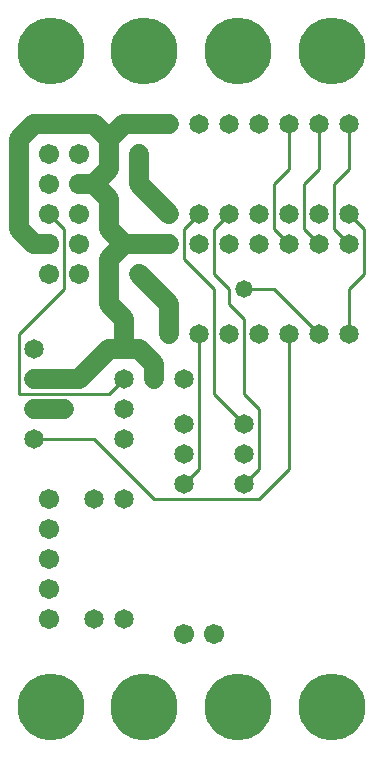
<source format=gtl>
%MOIN*%
%FSLAX25Y25*%
G04 D10 used for Character Trace; *
G04     Circle (OD=.01000) (No hole)*
G04 D11 used for Power Trace; *
G04     Circle (OD=.06500) (No hole)*
G04 D12 used for Signal Trace; *
G04     Circle (OD=.01100) (No hole)*
G04 D13 used for Via; *
G04     Circle (OD=.05800) (Round. Hole ID=.02800)*
G04 D14 used for Component hole; *
G04     Circle (OD=.06500) (Round. Hole ID=.03500)*
G04 D15 used for Component hole; *
G04     Circle (OD=.06700) (Round. Hole ID=.04300)*
G04 D16 used for Component hole; *
G04     Circle (OD=.08100) (Round. Hole ID=.05100)*
G04 D17 used for Component hole; *
G04     Circle (OD=.08900) (Round. Hole ID=.05900)*
G04 D18 used for Component hole; *
G04     Circle (OD=.11300) (Round. Hole ID=.08300)*
G04 D19 used for Component hole; *
G04     Circle (OD=.16000) (Round. Hole ID=.13000)*
G04 D20 used for Component hole; *
G04     Circle (OD=.18300) (Round. Hole ID=.15300)*
G04 D21 used for Component hole; *
G04     Circle (OD=.22291) (Round. Hole ID=.19291)*
%ADD10C,.01000*%
%ADD11C,.06500*%
%ADD12C,.01100*%
%ADD13C,.05800*%
%ADD14C,.06500*%
%ADD15C,.06700*%
%ADD16C,.08100*%
%ADD17C,.08900*%
%ADD18C,.11300*%
%ADD19C,.16000*%
%ADD20C,.18300*%
%ADD21C,.22291*%
%IPPOS*%
%LPD*%
G90*X0Y0D02*D21*X15625Y15625D03*D14*              
X40000Y45000D03*X30000D03*D15*X15000D03*D21*      
X46875Y15625D03*D15*X15000Y55000D03*              
X60000Y40000D03*X15000Y65000D03*X70000Y40000D03*  
X15000Y75000D03*D21*X78125Y15625D03*D12*          
X50000Y85000D02*X85000D01*X50000D02*              
X30000Y105000D01*X10000D01*D14*D03*D13*           
X20000Y115000D03*D11*X10000D01*D14*D03*D12*       
X5000Y120000D02*X35000D01*X40000Y125000D01*D14*   
D03*D11*X50000Y130000D02*X45000Y135000D01*        
X50000Y125000D02*Y130000D01*D14*Y125000D03*       
X40000Y135000D03*D11*X35000D01*X25000Y125000D01*  
X10000D01*D14*D03*D12*X5000Y120000D02*Y140000D01* 
X20000Y155000D01*Y175000D01*X15000Y180000D01*D15* 
D03*X25000Y170000D03*Y190000D03*D11*X30000D01*    
X35000Y185000D01*Y175000D01*X40000Y170000D01*     
X35000Y165000D01*Y150000D01*X40000Y145000D01*     
Y135000D01*X45000D01*D14*X55000Y140000D03*D11*    
Y150000D01*X45000Y160000D01*D14*D03*              
X55000Y170000D03*D11*X45000D01*D14*D03*D11*       
X40000D01*D15*X25000Y180000D03*D14*X55000D03*D11* 
X45000Y190000D01*Y200000D01*D14*D03*              
X55000Y210000D03*D11*X45000D01*D14*D03*D11*       
X40000D01*X35000Y205000D01*Y195000D01*            
X30000Y190000D01*D15*X25000Y200000D03*X15000D03*  
D11*X35000Y205000D02*X30000Y210000D01*X10000D01*  
X5000Y205000D01*Y175000D01*X10000Y170000D01*      
X15000D01*D15*D03*X25000Y160000D03*X15000D03*     
Y190000D03*D14*X10000Y135000D03*X60000Y125000D03* 
D12*X70000Y155000D02*X60000Y165000D01*            
X70000Y120000D02*Y155000D01*X80000Y110000D02*     
X70000Y120000D01*D14*X80000Y110000D03*D12*        
X85000Y95000D02*Y115000D01*X80000Y90000D02*       
X85000Y95000D01*D14*X80000Y90000D03*D12*          
X85000Y85000D02*X95000Y95000D01*Y140000D01*D14*   
D03*X105000D03*D12*X90000Y155000D01*X80000D01*D13*
D03*D12*Y145000D02*X75000Y150000D01*              
X80000Y120000D02*Y145000D01*X85000Y115000D02*     
X80000Y120000D01*D14*Y100000D03*D12*              
X60000Y90000D02*X65000Y95000D01*D14*              
X60000Y90000D03*D12*X65000Y95000D02*Y140000D01*   
D14*D03*D12*X75000Y150000D02*Y155000D01*          
X70000Y160000D01*Y175000D01*X75000Y180000D01*D14* 
D03*X85000Y170000D03*X65000D03*X85000Y180000D03*  
X65000D03*D12*X60000Y175000D01*Y165000D01*D14*    
X75000Y170000D03*X85000Y140000D03*X75000D03*D12*  
X95000Y170000D02*X90000Y175000D01*D14*            
X95000Y170000D03*D12*X105000D02*X100000Y175000D01*
D14*X105000Y170000D03*D12*X115000D02*             
X110000Y175000D01*D14*X115000Y170000D03*D12*      
X120000Y160000D02*Y175000D01*X115000Y155000D02*   
X120000Y160000D01*X115000Y140000D02*Y155000D01*   
D14*Y140000D03*D12*X120000Y175000D02*             
X115000Y180000D01*D14*D03*D12*X110000Y175000D02*  
Y190000D01*X115000Y195000D01*Y210000D01*D14*D03*  
X105000D03*D12*Y195000D01*X100000Y190000D01*      
Y175000D01*D14*X105000Y180000D03*X95000D03*D12*   
X90000Y175000D02*Y190000D01*X95000Y195000D01*     
Y210000D01*D14*D03*X85000D03*X75000D03*D21*       
X109375Y234375D03*X78125D03*D14*X65000Y210000D03* 
D21*X46875Y234375D03*X15625D03*D14*               
X40000Y115000D03*X60000Y110000D03*                
X40000Y105000D03*X60000Y100000D03*D15*            
X15000Y85000D03*D14*X30000D03*X40000D03*D21*      
X109375Y15625D03*M02*                             

</source>
